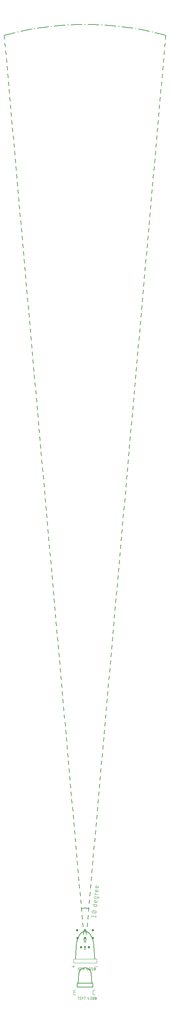
<source format=gbr>
G04 EAGLE Gerber X2 export*
G04 #@! %TF.Part,Single*
G04 #@! %TF.FileFunction,Legend,Top,1*
G04 #@! %TF.FilePolarity,Positive*
G04 #@! %TF.GenerationSoftware,Autodesk,EAGLE,8.6.0*
G04 #@! %TF.CreationDate,2018-03-03T07:21:58Z*
G75*
%MOMM*%
%FSLAX34Y34*%
%LPD*%
%AMOC8*
5,1,8,0,0,1.08239X$1,22.5*%
G01*
%ADD10C,0.100000*%
%ADD11C,0.127000*%
%ADD12C,0.101600*%
%ADD13C,0.050800*%
%ADD14R,0.508000X0.508000*%


D10*
X101700Y142900D02*
X161700Y142900D01*
X101700Y142900D02*
X101700Y132900D01*
X161700Y132900D02*
X161700Y142900D01*
X161700Y132900D02*
X101700Y132900D01*
D11*
X106300Y143300D02*
X108261Y174676D01*
X108403Y176584D01*
X108592Y178488D01*
X108825Y180388D01*
X109104Y182281D01*
X109429Y184166D01*
X109799Y186044D01*
X110213Y187912D01*
X110672Y189770D01*
X111176Y191616D01*
X111537Y192822D01*
X111927Y194020D01*
X112346Y195207D01*
X112793Y196384D01*
X113270Y197550D01*
X113774Y198704D01*
X114307Y199845D01*
X114867Y200972D01*
X115454Y202086D01*
X116068Y203186D01*
X116709Y204269D01*
X117376Y205338D01*
X118069Y206389D01*
X118787Y207423D01*
X119530Y208440D01*
X119716Y208682D01*
X119907Y208919D01*
X120105Y209151D01*
X120308Y209379D01*
X120517Y209601D01*
X120731Y209818D01*
X120950Y210030D01*
X121174Y210237D01*
X121403Y210438D01*
X121638Y210633D01*
X121876Y210823D01*
X122120Y211006D01*
X122368Y211184D01*
X122620Y211356D01*
X122876Y211521D01*
X123136Y211680D01*
X123400Y211833D01*
X123668Y211979D01*
X123939Y212119D01*
X124184Y212238D01*
X124432Y212351D01*
X124683Y212458D01*
X124937Y212559D01*
X125193Y212653D01*
X125451Y212742D01*
X125711Y212824D01*
X125973Y212899D01*
X126237Y212968D01*
X126503Y213031D01*
X126770Y213087D01*
X127038Y213137D01*
X127307Y213180D01*
X127578Y213217D01*
X127849Y213247D01*
X128121Y213270D01*
X128393Y213287D01*
X128666Y213297D01*
X128939Y213300D01*
X154339Y174676D02*
X156300Y143300D01*
X154339Y174676D02*
X154197Y176584D01*
X154008Y178488D01*
X153775Y180388D01*
X153496Y182281D01*
X153171Y184166D01*
X152801Y186044D01*
X152387Y187912D01*
X151928Y189770D01*
X151424Y191616D01*
X151063Y192822D01*
X150673Y194020D01*
X150254Y195207D01*
X149807Y196384D01*
X149330Y197550D01*
X148826Y198704D01*
X148293Y199845D01*
X147733Y200972D01*
X147146Y202086D01*
X146532Y203186D01*
X145891Y204269D01*
X145224Y205338D01*
X144531Y206389D01*
X143813Y207423D01*
X143070Y208440D01*
X142884Y208682D01*
X142693Y208919D01*
X142495Y209151D01*
X142292Y209379D01*
X142083Y209601D01*
X141869Y209818D01*
X141650Y210030D01*
X141426Y210237D01*
X141197Y210438D01*
X140962Y210633D01*
X140724Y210823D01*
X140480Y211006D01*
X140232Y211184D01*
X139980Y211356D01*
X139724Y211521D01*
X139464Y211680D01*
X139200Y211833D01*
X138932Y211979D01*
X138661Y212119D01*
X138416Y212238D01*
X138168Y212351D01*
X137917Y212458D01*
X137663Y212559D01*
X137407Y212653D01*
X137149Y212742D01*
X136889Y212824D01*
X136627Y212899D01*
X136363Y212968D01*
X136097Y213031D01*
X135830Y213087D01*
X135562Y213137D01*
X135293Y213180D01*
X135022Y213217D01*
X134751Y213247D01*
X134479Y213270D01*
X134207Y213287D01*
X133934Y213297D01*
X133661Y213300D01*
X128939Y213300D01*
X131300Y173300D02*
X131300Y166300D01*
X130411Y176339D01*
X129529Y186300D02*
X128640Y196338D01*
X127757Y206299D02*
X126868Y216338D01*
X125986Y226299D02*
X125097Y236338D01*
X124215Y246299D02*
X123326Y256337D01*
X122444Y266298D02*
X121555Y276337D01*
X120672Y286298D02*
X119783Y296337D01*
X118901Y306298D02*
X118012Y316336D01*
X117130Y326297D02*
X116241Y336336D01*
X115359Y346297D02*
X114469Y356336D01*
X113587Y366297D02*
X112698Y376335D01*
X111816Y386296D02*
X110927Y396335D01*
X110045Y406296D02*
X109156Y416335D01*
X108273Y426296D02*
X107384Y436334D01*
X106502Y446295D02*
X105613Y456334D01*
X104731Y466295D02*
X103842Y476334D01*
X102960Y486295D02*
X102070Y496333D01*
X101188Y506294D02*
X100299Y516333D01*
X99417Y526294D02*
X98528Y536333D01*
X97646Y546294D02*
X96757Y556332D01*
X95874Y566293D02*
X94985Y576332D01*
X94103Y586293D02*
X93214Y596332D01*
X92332Y606293D02*
X91443Y616331D01*
X90561Y626292D02*
X89672Y636331D01*
X88789Y646292D02*
X87900Y656331D01*
X87018Y666292D02*
X86129Y676330D01*
X85247Y686291D02*
X84358Y696330D01*
X83475Y706291D02*
X82586Y716330D01*
X81704Y726291D02*
X80815Y736330D01*
X79933Y746291D02*
X79044Y756329D01*
X78162Y766290D02*
X77273Y776329D01*
X76390Y786290D02*
X75501Y796329D01*
X74619Y806290D02*
X73730Y816328D01*
X72848Y826289D02*
X71959Y836328D01*
X71077Y846289D02*
X70187Y856328D01*
X69305Y866289D02*
X68416Y876327D01*
X67534Y886288D02*
X66645Y896327D01*
X65763Y906288D02*
X64874Y916327D01*
X63991Y926288D02*
X63102Y936326D01*
X62220Y946287D02*
X61331Y956326D01*
X60449Y966287D02*
X59560Y976326D01*
X58678Y986287D02*
X57788Y996325D01*
X56906Y1006286D02*
X56017Y1016325D01*
X55135Y1026286D02*
X54246Y1036325D01*
X53364Y1046286D02*
X52475Y1056324D01*
X51592Y1066285D02*
X50703Y1076324D01*
X49821Y1086285D02*
X48932Y1096324D01*
X48050Y1106285D02*
X47161Y1116323D01*
X46279Y1126284D02*
X45390Y1136323D01*
X44507Y1146284D02*
X43618Y1156323D01*
X42736Y1166284D02*
X41847Y1176322D01*
X40965Y1186283D02*
X40076Y1196322D01*
X39194Y1206283D02*
X38304Y1216322D01*
X37422Y1226283D02*
X36533Y1236321D01*
X35651Y1246282D02*
X34762Y1256321D01*
X33880Y1266282D02*
X32991Y1276321D01*
X32108Y1286282D02*
X31219Y1296320D01*
X30337Y1306281D02*
X29448Y1316320D01*
X28566Y1326281D02*
X27677Y1336320D01*
X26795Y1346281D02*
X25905Y1356319D01*
X25023Y1366280D02*
X24134Y1376319D01*
X23252Y1386280D02*
X22363Y1396319D01*
X21481Y1406280D02*
X20592Y1416318D01*
X19709Y1426279D02*
X18820Y1436318D01*
X17938Y1446279D02*
X17049Y1456318D01*
X16167Y1466279D02*
X15278Y1476317D01*
X14396Y1486278D02*
X13507Y1496317D01*
X12624Y1506278D02*
X11735Y1516317D01*
X10853Y1526278D02*
X9964Y1536316D01*
X9082Y1546277D02*
X8193Y1556316D01*
X7310Y1566277D02*
X6421Y1576316D01*
X5539Y1586277D02*
X4650Y1596315D01*
X3768Y1606276D02*
X2879Y1616315D01*
X1997Y1626276D02*
X1108Y1636315D01*
X225Y1646276D02*
X-664Y1656314D01*
X-1546Y1666275D02*
X-2435Y1676314D01*
X-3317Y1686275D02*
X-4206Y1696314D01*
X-5088Y1706275D02*
X-5978Y1716313D01*
X-6860Y1726274D02*
X-7749Y1736313D01*
X-8631Y1746274D02*
X-9520Y1756313D01*
X-10402Y1766274D02*
X-11291Y1776312D01*
X-12174Y1786273D02*
X-13063Y1796312D01*
X-13945Y1806273D02*
X-14834Y1816312D01*
X-15716Y1826273D02*
X-16605Y1836311D01*
X-17487Y1846272D02*
X-18377Y1856311D01*
X-19259Y1866272D02*
X-20148Y1876311D01*
X-21030Y1886272D02*
X-21919Y1896311D01*
X-22801Y1906272D02*
X-23690Y1916310D01*
X-24573Y1926271D02*
X-25462Y1936310D01*
X-26344Y1946271D02*
X-27233Y1956310D01*
X-28115Y1966271D02*
X-29004Y1976309D01*
X-29886Y1986270D02*
X-30775Y1996309D01*
X-31658Y2006270D02*
X-32547Y2016309D01*
X-33429Y2026270D02*
X-34318Y2036308D01*
X-35200Y2046269D02*
X-36089Y2056308D01*
X-36972Y2066269D02*
X-37861Y2076308D01*
X-38743Y2086269D02*
X-39632Y2096307D01*
X-40514Y2106268D02*
X-41403Y2116307D01*
X-42285Y2126268D02*
X-43174Y2136307D01*
X-44057Y2146268D02*
X-44946Y2156306D01*
X-45828Y2166267D02*
X-46717Y2176306D01*
X-47599Y2186267D02*
X-48488Y2196306D01*
X-49370Y2206267D02*
X-50260Y2216305D01*
X-51142Y2226266D02*
X-52031Y2236305D01*
X-52913Y2246266D02*
X-53802Y2256305D01*
X-54684Y2266266D02*
X-55573Y2276304D01*
X-56456Y2286265D02*
X-57345Y2296304D01*
X-58227Y2306265D02*
X-59116Y2316304D01*
X-59998Y2326265D02*
X-60887Y2336303D01*
X-61769Y2346264D02*
X-62659Y2356303D01*
X-63541Y2366264D02*
X-64430Y2376303D01*
X-65312Y2386264D02*
X-66201Y2396302D01*
X-67083Y2406263D02*
X-67972Y2416302D01*
X-68855Y2426263D02*
X-69744Y2436302D01*
X-70626Y2446263D02*
X-71515Y2456301D01*
X-72397Y2466262D02*
X-73286Y2476301D01*
X-74168Y2486262D02*
X-75057Y2496301D01*
X-75940Y2506262D02*
X-76829Y2516300D01*
X-77711Y2526261D02*
X-78600Y2536300D01*
X132189Y176339D02*
X131300Y166300D01*
X133071Y186300D02*
X133960Y196338D01*
X134843Y206299D02*
X135732Y216338D01*
X136614Y226299D02*
X137503Y236338D01*
X138385Y246299D02*
X139274Y256337D01*
X140156Y266298D02*
X141045Y276337D01*
X141928Y286298D02*
X142817Y296337D01*
X143699Y306298D02*
X144588Y316336D01*
X145470Y326297D02*
X146359Y336336D01*
X147242Y346297D02*
X148131Y356336D01*
X149013Y366297D02*
X149902Y376335D01*
X150784Y386296D02*
X151673Y396335D01*
X152555Y406296D02*
X153444Y416335D01*
X154327Y426296D02*
X155216Y436334D01*
X156098Y446295D02*
X156987Y456334D01*
X157869Y466295D02*
X158758Y476334D01*
X159640Y486295D02*
X160530Y496333D01*
X161412Y506294D02*
X162301Y516333D01*
X163183Y526294D02*
X164072Y536333D01*
X164954Y546294D02*
X165843Y556332D01*
X166726Y566293D02*
X167615Y576332D01*
X168497Y586293D02*
X169386Y596332D01*
X170268Y606293D02*
X171157Y616331D01*
X172039Y626292D02*
X172929Y636331D01*
X173811Y646292D02*
X174700Y656331D01*
X175582Y666292D02*
X176471Y676330D01*
X177353Y686291D02*
X178242Y696330D01*
X179125Y706291D02*
X180014Y716330D01*
X180896Y726291D02*
X181785Y736330D01*
X182667Y746291D02*
X183556Y756329D01*
X184438Y766290D02*
X185327Y776329D01*
X186210Y786290D02*
X187099Y796329D01*
X187981Y806290D02*
X188870Y816328D01*
X189752Y826289D02*
X190641Y836328D01*
X191524Y846289D02*
X192413Y856328D01*
X193295Y866289D02*
X194184Y876327D01*
X195066Y886288D02*
X195955Y896327D01*
X196837Y906288D02*
X197726Y916327D01*
X198609Y926288D02*
X199498Y936326D01*
X200380Y946287D02*
X201269Y956326D01*
X202151Y966287D02*
X203040Y976326D01*
X203922Y986287D02*
X204812Y996325D01*
X205694Y1006286D02*
X206583Y1016325D01*
X207465Y1026286D02*
X208354Y1036325D01*
X209236Y1046286D02*
X210125Y1056324D01*
X211008Y1066285D02*
X211897Y1076324D01*
X212779Y1086285D02*
X213668Y1096324D01*
X214550Y1106285D02*
X215439Y1116323D01*
X216321Y1126284D02*
X217210Y1136323D01*
X218093Y1146284D02*
X218982Y1156323D01*
X219864Y1166284D02*
X220753Y1176322D01*
X221635Y1186283D02*
X222524Y1196322D01*
X223407Y1206283D02*
X224296Y1216322D01*
X225178Y1226283D02*
X226067Y1236321D01*
X226949Y1246282D02*
X227838Y1256321D01*
X228720Y1266282D02*
X229609Y1276321D01*
X230492Y1286282D02*
X231381Y1296320D01*
X232263Y1306281D02*
X233152Y1316320D01*
X234034Y1326281D02*
X234923Y1336320D01*
X235805Y1346281D02*
X236695Y1356319D01*
X237577Y1366280D02*
X238466Y1376319D01*
X239348Y1386280D02*
X240237Y1396319D01*
X241119Y1406280D02*
X242008Y1416318D01*
X242891Y1426279D02*
X243780Y1436318D01*
X244662Y1446279D02*
X245551Y1456318D01*
X246433Y1466279D02*
X247322Y1476317D01*
X248204Y1486278D02*
X249094Y1496317D01*
X249976Y1506278D02*
X250865Y1516317D01*
X251747Y1526278D02*
X252636Y1536316D01*
X253518Y1546277D02*
X254407Y1556316D01*
X255290Y1566277D02*
X256179Y1576316D01*
X257061Y1586277D02*
X257950Y1596315D01*
X258832Y1606276D02*
X259721Y1616315D01*
X260603Y1626276D02*
X261492Y1636315D01*
X262375Y1646276D02*
X263264Y1656314D01*
X264146Y1666275D02*
X265035Y1676314D01*
X265917Y1686275D02*
X266806Y1696314D01*
X267688Y1706275D02*
X268578Y1716313D01*
X269460Y1726274D02*
X270349Y1736313D01*
X271231Y1746274D02*
X272120Y1756313D01*
X273002Y1766274D02*
X273891Y1776312D01*
X274774Y1786273D02*
X275663Y1796312D01*
X276545Y1806273D02*
X277434Y1816312D01*
X278316Y1826273D02*
X279205Y1836311D01*
X280087Y1846272D02*
X280977Y1856311D01*
X281859Y1866272D02*
X282748Y1876311D01*
X283630Y1886272D02*
X284519Y1896311D01*
X285401Y1906272D02*
X286290Y1916310D01*
X287173Y1926271D02*
X288062Y1936310D01*
X288944Y1946271D02*
X289833Y1956310D01*
X290715Y1966271D02*
X291604Y1976309D01*
X292486Y1986270D02*
X293375Y1996309D01*
X294258Y2006270D02*
X295147Y2016309D01*
X296029Y2026270D02*
X296918Y2036308D01*
X297800Y2046269D02*
X298689Y2056308D01*
X299572Y2066269D02*
X300461Y2076308D01*
X301343Y2086269D02*
X302232Y2096307D01*
X303114Y2106268D02*
X304003Y2116307D01*
X304885Y2126268D02*
X305774Y2136307D01*
X306657Y2146268D02*
X307546Y2156306D01*
X308428Y2166267D02*
X309317Y2176306D01*
X310199Y2186267D02*
X311088Y2196306D01*
X311970Y2206267D02*
X312860Y2216305D01*
X313742Y2226266D02*
X314631Y2236305D01*
X315513Y2246266D02*
X316402Y2256305D01*
X317284Y2266266D02*
X318173Y2276304D01*
X319056Y2286265D02*
X319945Y2296304D01*
X320827Y2306265D02*
X321716Y2316304D01*
X322598Y2326265D02*
X323487Y2336303D01*
X324369Y2346264D02*
X325259Y2356303D01*
X326141Y2366264D02*
X327030Y2376303D01*
X327912Y2386264D02*
X328801Y2396302D01*
X329683Y2406263D02*
X330572Y2416302D01*
X331455Y2426263D02*
X332344Y2436302D01*
X333226Y2446263D02*
X334115Y2456301D01*
X334997Y2466262D02*
X335886Y2476301D01*
X336768Y2486262D02*
X337657Y2496301D01*
X338540Y2506262D02*
X339429Y2516300D01*
X340311Y2526261D02*
X341200Y2536300D01*
X124358Y273757D02*
X122300Y273300D01*
X124358Y273757D02*
X125119Y273916D01*
X125884Y274057D01*
X126651Y274180D01*
X127422Y274283D01*
X128195Y274368D01*
X128970Y274434D01*
X129746Y274481D01*
X130523Y274510D01*
X131300Y274519D01*
X132077Y274510D01*
X132854Y274481D01*
X133630Y274434D01*
X134405Y274368D01*
X135178Y274283D01*
X135949Y274180D01*
X136716Y274057D01*
X137481Y273916D01*
X138242Y273757D01*
X140300Y273300D01*
X-78700Y2536299D02*
X-64675Y2539970D01*
X-50586Y2543387D01*
X-43944Y2544905D02*
X-42603Y2545204D01*
X-35946Y2546655D02*
X-21740Y2549551D01*
X-7485Y2552190D01*
X-769Y2553340D02*
X585Y2553565D01*
X7313Y2554648D02*
X21656Y2556761D01*
X36034Y2558614D01*
X42802Y2559394D02*
X44167Y2559544D01*
X50944Y2560257D02*
X65381Y2561579D01*
X79840Y2562641D01*
X86640Y2563048D02*
X88011Y2563123D01*
X94817Y2563463D02*
X109305Y2563992D01*
X123800Y2564259D01*
X130613Y2564294D02*
X131987Y2564294D01*
X138800Y2564259D02*
X153295Y2563992D01*
X167783Y2563463D01*
X174589Y2563123D02*
X175960Y2563048D01*
X182760Y2562641D02*
X197219Y2561579D01*
X211656Y2560257D01*
X218433Y2559544D02*
X219798Y2559394D01*
X226566Y2558614D02*
X240944Y2556761D01*
X255287Y2554648D01*
X262015Y2553565D02*
X263369Y2553340D01*
X270085Y2552190D02*
X284340Y2549551D01*
X298546Y2546655D01*
X305203Y2545204D02*
X306544Y2544905D01*
X313186Y2543387D02*
X327275Y2539970D01*
X341300Y2536299D01*
D12*
X104597Y123352D02*
X96808Y123352D01*
X100703Y127246D02*
X100703Y119457D01*
X156808Y123352D02*
X164597Y123352D01*
D13*
X116794Y115132D02*
X116792Y115058D01*
X116786Y114983D01*
X116777Y114910D01*
X116764Y114836D01*
X116747Y114764D01*
X116727Y114693D01*
X116703Y114622D01*
X116675Y114553D01*
X116644Y114485D01*
X116610Y114420D01*
X116572Y114355D01*
X116531Y114293D01*
X116487Y114233D01*
X116440Y114176D01*
X116390Y114121D01*
X116337Y114068D01*
X116282Y114018D01*
X116225Y113971D01*
X116165Y113927D01*
X116103Y113886D01*
X116038Y113848D01*
X115972Y113814D01*
X115905Y113783D01*
X115836Y113755D01*
X115765Y113731D01*
X115694Y113711D01*
X115621Y113694D01*
X115548Y113681D01*
X115474Y113672D01*
X115400Y113666D01*
X115326Y113664D01*
X115215Y113666D01*
X115104Y113672D01*
X114993Y113682D01*
X114882Y113696D01*
X114773Y113714D01*
X114664Y113736D01*
X114555Y113761D01*
X114448Y113791D01*
X114342Y113824D01*
X114237Y113862D01*
X114134Y113902D01*
X114032Y113947D01*
X113932Y113995D01*
X113833Y114047D01*
X113737Y114102D01*
X113642Y114161D01*
X113550Y114223D01*
X113460Y114289D01*
X113372Y114357D01*
X113287Y114429D01*
X113205Y114504D01*
X113125Y114581D01*
X113308Y118800D02*
X113310Y118874D01*
X113316Y118949D01*
X113325Y119022D01*
X113338Y119096D01*
X113355Y119168D01*
X113375Y119239D01*
X113399Y119310D01*
X113427Y119379D01*
X113458Y119446D01*
X113492Y119512D01*
X113530Y119577D01*
X113571Y119639D01*
X113615Y119699D01*
X113662Y119756D01*
X113712Y119811D01*
X113765Y119864D01*
X113820Y119914D01*
X113877Y119961D01*
X113937Y120005D01*
X113999Y120046D01*
X114064Y120084D01*
X114130Y120118D01*
X114197Y120149D01*
X114266Y120177D01*
X114337Y120201D01*
X114408Y120221D01*
X114480Y120238D01*
X114554Y120251D01*
X114627Y120260D01*
X114702Y120266D01*
X114776Y120268D01*
X114880Y120266D01*
X114984Y120260D01*
X115088Y120250D01*
X115191Y120237D01*
X115294Y120219D01*
X115396Y120197D01*
X115497Y120172D01*
X115597Y120143D01*
X115696Y120110D01*
X115793Y120073D01*
X115889Y120033D01*
X115984Y119989D01*
X116076Y119941D01*
X116167Y119891D01*
X116256Y119836D01*
X116343Y119779D01*
X116427Y119718D01*
X114042Y117515D02*
X113979Y117554D01*
X113919Y117596D01*
X113861Y117641D01*
X113804Y117689D01*
X113751Y117740D01*
X113700Y117793D01*
X113651Y117848D01*
X113606Y117906D01*
X113563Y117966D01*
X113523Y118028D01*
X113487Y118092D01*
X113453Y118158D01*
X113423Y118226D01*
X113396Y118294D01*
X113373Y118364D01*
X113353Y118435D01*
X113337Y118507D01*
X113324Y118580D01*
X113315Y118653D01*
X113310Y118726D01*
X113308Y118800D01*
X116060Y116417D02*
X116123Y116378D01*
X116183Y116336D01*
X116242Y116291D01*
X116298Y116243D01*
X116351Y116192D01*
X116402Y116139D01*
X116451Y116084D01*
X116496Y116026D01*
X116539Y115966D01*
X116579Y115904D01*
X116615Y115840D01*
X116649Y115774D01*
X116679Y115706D01*
X116706Y115638D01*
X116729Y115568D01*
X116749Y115497D01*
X116765Y115425D01*
X116778Y115352D01*
X116787Y115279D01*
X116792Y115206D01*
X116794Y115132D01*
X116060Y116416D02*
X114042Y117516D01*
X119538Y120268D02*
X119538Y113664D01*
X119538Y120268D02*
X122473Y120268D01*
X122473Y117333D02*
X119538Y117333D01*
X125073Y120268D02*
X125073Y113664D01*
X125073Y117333D02*
X128742Y117333D01*
X128742Y120268D02*
X128742Y113664D01*
X135101Y115132D02*
X136568Y120268D01*
X135101Y115132D02*
X138770Y115132D01*
X137669Y116599D02*
X137669Y113664D01*
X141502Y113664D02*
X143703Y113664D01*
X143777Y113666D01*
X143852Y113672D01*
X143925Y113681D01*
X143999Y113694D01*
X144071Y113711D01*
X144142Y113731D01*
X144213Y113755D01*
X144282Y113783D01*
X144349Y113814D01*
X144415Y113848D01*
X144480Y113886D01*
X144542Y113927D01*
X144602Y113971D01*
X144659Y114018D01*
X144714Y114068D01*
X144767Y114121D01*
X144817Y114176D01*
X144864Y114233D01*
X144908Y114293D01*
X144949Y114355D01*
X144987Y114420D01*
X145021Y114485D01*
X145052Y114553D01*
X145080Y114622D01*
X145104Y114693D01*
X145124Y114764D01*
X145141Y114836D01*
X145154Y114910D01*
X145163Y114983D01*
X145169Y115058D01*
X145171Y115132D01*
X145171Y115865D01*
X145169Y115939D01*
X145163Y116014D01*
X145154Y116087D01*
X145141Y116161D01*
X145124Y116233D01*
X145104Y116304D01*
X145080Y116375D01*
X145052Y116444D01*
X145021Y116511D01*
X144987Y116577D01*
X144949Y116642D01*
X144908Y116704D01*
X144864Y116764D01*
X144817Y116821D01*
X144767Y116876D01*
X144714Y116929D01*
X144659Y116979D01*
X144602Y117026D01*
X144542Y117070D01*
X144480Y117111D01*
X144415Y117149D01*
X144349Y117183D01*
X144282Y117214D01*
X144213Y117242D01*
X144142Y117266D01*
X144071Y117286D01*
X143999Y117303D01*
X143925Y117316D01*
X143852Y117325D01*
X143777Y117331D01*
X143703Y117333D01*
X141502Y117333D01*
X141502Y120268D01*
X145171Y120268D01*
X147902Y113664D02*
X150104Y113664D01*
X150178Y113666D01*
X150253Y113672D01*
X150326Y113681D01*
X150400Y113694D01*
X150472Y113711D01*
X150543Y113731D01*
X150614Y113755D01*
X150683Y113783D01*
X150750Y113814D01*
X150816Y113848D01*
X150881Y113886D01*
X150943Y113927D01*
X151003Y113971D01*
X151060Y114018D01*
X151115Y114068D01*
X151168Y114121D01*
X151218Y114176D01*
X151265Y114233D01*
X151309Y114293D01*
X151350Y114355D01*
X151388Y114420D01*
X151422Y114485D01*
X151453Y114553D01*
X151481Y114622D01*
X151505Y114693D01*
X151525Y114764D01*
X151542Y114836D01*
X151555Y114910D01*
X151564Y114983D01*
X151570Y115058D01*
X151572Y115132D01*
X151571Y115132D02*
X151571Y115865D01*
X151572Y115865D02*
X151570Y115939D01*
X151564Y116014D01*
X151555Y116087D01*
X151542Y116161D01*
X151525Y116233D01*
X151505Y116304D01*
X151481Y116375D01*
X151453Y116444D01*
X151422Y116511D01*
X151388Y116577D01*
X151350Y116642D01*
X151309Y116704D01*
X151265Y116764D01*
X151218Y116821D01*
X151168Y116876D01*
X151115Y116929D01*
X151060Y116979D01*
X151003Y117026D01*
X150943Y117070D01*
X150881Y117111D01*
X150816Y117149D01*
X150750Y117183D01*
X150683Y117214D01*
X150614Y117242D01*
X150543Y117266D01*
X150472Y117286D01*
X150400Y117303D01*
X150326Y117316D01*
X150253Y117325D01*
X150178Y117331D01*
X150104Y117333D01*
X147902Y117333D01*
X147902Y120268D01*
X151571Y120268D01*
X154853Y119351D02*
X154791Y119219D01*
X154733Y119086D01*
X154678Y118952D01*
X154627Y118816D01*
X154580Y118679D01*
X154536Y118540D01*
X154496Y118401D01*
X154459Y118260D01*
X154427Y118119D01*
X154398Y117977D01*
X154373Y117833D01*
X154351Y117690D01*
X154334Y117546D01*
X154320Y117401D01*
X154311Y117256D01*
X154305Y117111D01*
X154303Y116966D01*
X154853Y119351D02*
X154879Y119420D01*
X154908Y119487D01*
X154941Y119553D01*
X154977Y119616D01*
X155017Y119678D01*
X155060Y119737D01*
X155106Y119794D01*
X155155Y119848D01*
X155207Y119900D01*
X155262Y119949D01*
X155319Y119994D01*
X155379Y120037D01*
X155441Y120076D01*
X155504Y120112D01*
X155570Y120145D01*
X155637Y120173D01*
X155706Y120199D01*
X155776Y120220D01*
X155847Y120238D01*
X155919Y120251D01*
X155992Y120261D01*
X156065Y120267D01*
X156138Y120269D01*
X156138Y120268D02*
X156211Y120266D01*
X156284Y120260D01*
X156357Y120250D01*
X156429Y120237D01*
X156500Y120219D01*
X156570Y120198D01*
X156638Y120172D01*
X156706Y120144D01*
X156771Y120111D01*
X156835Y120075D01*
X156897Y120036D01*
X156956Y119994D01*
X157013Y119948D01*
X157068Y119899D01*
X157120Y119848D01*
X157169Y119793D01*
X157215Y119736D01*
X157258Y119677D01*
X157298Y119616D01*
X157334Y119552D01*
X157367Y119487D01*
X157396Y119420D01*
X157422Y119351D01*
X157484Y119219D01*
X157542Y119086D01*
X157597Y118952D01*
X157648Y118816D01*
X157695Y118679D01*
X157739Y118540D01*
X157779Y118401D01*
X157816Y118260D01*
X157848Y118119D01*
X157877Y117977D01*
X157902Y117834D01*
X157924Y117690D01*
X157941Y117546D01*
X157955Y117401D01*
X157964Y117256D01*
X157970Y117111D01*
X157972Y116966D01*
X154304Y116966D02*
X154306Y116821D01*
X154312Y116676D01*
X154321Y116531D01*
X154335Y116386D01*
X154352Y116242D01*
X154374Y116099D01*
X154399Y115956D01*
X154427Y115813D01*
X154460Y115672D01*
X154497Y115531D01*
X154537Y115392D01*
X154581Y115253D01*
X154628Y115116D01*
X154679Y114980D01*
X154734Y114846D01*
X154792Y114713D01*
X154854Y114581D01*
X154853Y114582D02*
X154879Y114513D01*
X154908Y114446D01*
X154941Y114380D01*
X154977Y114317D01*
X155017Y114255D01*
X155060Y114196D01*
X155106Y114139D01*
X155155Y114085D01*
X155207Y114033D01*
X155262Y113984D01*
X155319Y113939D01*
X155379Y113896D01*
X155441Y113857D01*
X155504Y113821D01*
X155570Y113788D01*
X155637Y113760D01*
X155706Y113734D01*
X155776Y113713D01*
X155847Y113695D01*
X155919Y113682D01*
X155992Y113672D01*
X156065Y113666D01*
X156138Y113664D01*
X157422Y114581D02*
X157484Y114713D01*
X157542Y114846D01*
X157597Y114980D01*
X157648Y115116D01*
X157695Y115253D01*
X157739Y115392D01*
X157779Y115531D01*
X157816Y115672D01*
X157848Y115813D01*
X157877Y115955D01*
X157902Y116098D01*
X157924Y116242D01*
X157941Y116386D01*
X157955Y116531D01*
X157964Y116676D01*
X157970Y116821D01*
X157972Y116966D01*
X157422Y114581D02*
X157396Y114512D01*
X157367Y114445D01*
X157334Y114380D01*
X157298Y114316D01*
X157258Y114255D01*
X157215Y114196D01*
X157169Y114139D01*
X157120Y114084D01*
X157068Y114033D01*
X157013Y113984D01*
X156956Y113938D01*
X156897Y113896D01*
X156835Y113857D01*
X156771Y113821D01*
X156706Y113788D01*
X156638Y113760D01*
X156570Y113734D01*
X156500Y113713D01*
X156428Y113695D01*
X156357Y113682D01*
X156284Y113672D01*
X156211Y113666D01*
X156138Y113664D01*
X154670Y115132D02*
X157605Y118800D01*
D12*
X149785Y250642D02*
X147481Y254102D01*
X159121Y253083D01*
X158838Y249850D02*
X159404Y256317D01*
X154014Y261746D02*
X153786Y261768D01*
X153558Y261797D01*
X153330Y261830D01*
X153104Y261869D01*
X152878Y261914D01*
X152654Y261964D01*
X152431Y262019D01*
X152209Y262079D01*
X151989Y262145D01*
X151770Y262216D01*
X151553Y262292D01*
X151338Y262374D01*
X151125Y262460D01*
X150914Y262552D01*
X150706Y262648D01*
X150499Y262750D01*
X150296Y262856D01*
X150094Y262967D01*
X149896Y263083D01*
X149809Y263124D01*
X149723Y263168D01*
X149640Y263216D01*
X149558Y263267D01*
X149479Y263321D01*
X149402Y263378D01*
X149327Y263438D01*
X149254Y263501D01*
X149185Y263568D01*
X149118Y263636D01*
X149053Y263708D01*
X148992Y263782D01*
X148933Y263858D01*
X148878Y263937D01*
X148826Y264017D01*
X148777Y264100D01*
X148732Y264185D01*
X148690Y264271D01*
X148651Y264359D01*
X148616Y264449D01*
X148585Y264540D01*
X148557Y264632D01*
X148533Y264725D01*
X148513Y264819D01*
X148496Y264913D01*
X148483Y265009D01*
X148474Y265104D01*
X148469Y265200D01*
X148468Y265296D01*
X148471Y265392D01*
X148477Y265488D01*
X148487Y265584D01*
X148502Y265679D01*
X148519Y265773D01*
X148541Y265867D01*
X148566Y265960D01*
X148596Y266051D01*
X148628Y266142D01*
X148665Y266231D01*
X148704Y266318D01*
X148748Y266404D01*
X148794Y266488D01*
X148844Y266570D01*
X148898Y266650D01*
X148954Y266728D01*
X149014Y266803D01*
X149076Y266876D01*
X149141Y266947D01*
X149210Y267015D01*
X149280Y267080D01*
X149354Y267142D01*
X149429Y267201D01*
X149507Y267257D01*
X149588Y267310D01*
X149670Y267360D01*
X149754Y267406D01*
X149840Y267449D01*
X149928Y267488D01*
X150017Y267524D01*
X150107Y267557D01*
X150199Y267585D01*
X150292Y267610D01*
X150508Y267690D01*
X150725Y267765D01*
X150944Y267834D01*
X151165Y267898D01*
X151387Y267957D01*
X151611Y268010D01*
X151835Y268059D01*
X152061Y268101D01*
X152288Y268139D01*
X152516Y268171D01*
X152744Y268197D01*
X152973Y268218D01*
X153202Y268234D01*
X153432Y268244D01*
X153662Y268249D01*
X153892Y268248D01*
X154121Y268241D01*
X154351Y268230D01*
X154580Y268212D01*
X154015Y261747D02*
X154244Y261729D01*
X154474Y261718D01*
X154703Y261711D01*
X154933Y261710D01*
X155163Y261715D01*
X155393Y261725D01*
X155622Y261741D01*
X155851Y261762D01*
X156079Y261788D01*
X156307Y261820D01*
X156534Y261858D01*
X156760Y261900D01*
X156984Y261949D01*
X157208Y262002D01*
X157430Y262061D01*
X157651Y262125D01*
X157870Y262194D01*
X158087Y262269D01*
X158303Y262349D01*
X158303Y262348D02*
X158396Y262373D01*
X158488Y262401D01*
X158578Y262434D01*
X158667Y262470D01*
X158755Y262509D01*
X158841Y262552D01*
X158925Y262598D01*
X159007Y262648D01*
X159088Y262701D01*
X159166Y262757D01*
X159241Y262816D01*
X159315Y262878D01*
X159385Y262943D01*
X159454Y263011D01*
X159519Y263082D01*
X159581Y263155D01*
X159641Y263230D01*
X159697Y263308D01*
X159751Y263388D01*
X159801Y263470D01*
X159847Y263554D01*
X159891Y263640D01*
X159930Y263727D01*
X159967Y263816D01*
X159999Y263907D01*
X160029Y263998D01*
X160054Y264091D01*
X160076Y264185D01*
X160093Y264279D01*
X160108Y264374D01*
X160118Y264470D01*
X158699Y266875D02*
X158501Y266991D01*
X158299Y267102D01*
X158096Y267208D01*
X157889Y267310D01*
X157681Y267406D01*
X157470Y267498D01*
X157257Y267584D01*
X157042Y267666D01*
X156825Y267742D01*
X156606Y267813D01*
X156386Y267879D01*
X156164Y267939D01*
X155941Y267994D01*
X155717Y268044D01*
X155491Y268089D01*
X155265Y268128D01*
X155037Y268161D01*
X154809Y268190D01*
X154581Y268212D01*
X158699Y266875D02*
X158786Y266834D01*
X158872Y266790D01*
X158955Y266742D01*
X159037Y266691D01*
X159116Y266637D01*
X159193Y266580D01*
X159268Y266520D01*
X159341Y266456D01*
X159410Y266390D01*
X159478Y266322D01*
X159542Y266250D01*
X159603Y266176D01*
X159662Y266100D01*
X159717Y266021D01*
X159769Y265941D01*
X159818Y265858D01*
X159863Y265773D01*
X159905Y265687D01*
X159944Y265599D01*
X159979Y265509D01*
X160010Y265418D01*
X160038Y265326D01*
X160062Y265233D01*
X160082Y265139D01*
X160099Y265045D01*
X160112Y264949D01*
X160121Y264854D01*
X160126Y264758D01*
X160127Y264662D01*
X160124Y264566D01*
X160118Y264470D01*
X157304Y262110D02*
X151291Y267849D01*
X150160Y284716D02*
X161799Y283698D01*
X161517Y280465D01*
X161517Y280464D02*
X161507Y280377D01*
X161494Y280291D01*
X161476Y280206D01*
X161455Y280121D01*
X161430Y280037D01*
X161402Y279954D01*
X161369Y279873D01*
X161333Y279794D01*
X161294Y279716D01*
X161251Y279640D01*
X161205Y279565D01*
X161155Y279494D01*
X161102Y279424D01*
X161046Y279357D01*
X160988Y279292D01*
X160926Y279230D01*
X160862Y279171D01*
X160795Y279115D01*
X160725Y279062D01*
X160654Y279012D01*
X160580Y278965D01*
X160504Y278922D01*
X160426Y278882D01*
X160347Y278846D01*
X160266Y278813D01*
X160183Y278784D01*
X160100Y278758D01*
X160015Y278737D01*
X159929Y278719D01*
X159843Y278705D01*
X159756Y278695D01*
X159669Y278689D01*
X159582Y278687D01*
X159494Y278689D01*
X159407Y278694D01*
X159407Y278695D02*
X155527Y279034D01*
X155440Y279044D01*
X155354Y279057D01*
X155268Y279075D01*
X155184Y279096D01*
X155100Y279121D01*
X155017Y279149D01*
X154936Y279182D01*
X154857Y279218D01*
X154779Y279257D01*
X154703Y279300D01*
X154628Y279346D01*
X154557Y279396D01*
X154487Y279449D01*
X154420Y279505D01*
X154355Y279563D01*
X154293Y279625D01*
X154234Y279689D01*
X154178Y279756D01*
X154125Y279826D01*
X154075Y279897D01*
X154028Y279971D01*
X153985Y280047D01*
X153945Y280125D01*
X153909Y280204D01*
X153876Y280285D01*
X153847Y280368D01*
X153821Y280451D01*
X153800Y280536D01*
X153782Y280622D01*
X153768Y280708D01*
X153758Y280795D01*
X153752Y280882D01*
X153750Y280969D01*
X153752Y281057D01*
X153757Y281144D01*
X154040Y284377D01*
X162418Y290771D02*
X162701Y294004D01*
X162418Y290771D02*
X162408Y290684D01*
X162395Y290598D01*
X162377Y290513D01*
X162356Y290428D01*
X162331Y290344D01*
X162303Y290261D01*
X162270Y290180D01*
X162234Y290101D01*
X162195Y290023D01*
X162152Y289947D01*
X162106Y289872D01*
X162056Y289801D01*
X162003Y289731D01*
X161947Y289664D01*
X161889Y289599D01*
X161827Y289537D01*
X161763Y289478D01*
X161696Y289422D01*
X161626Y289369D01*
X161555Y289319D01*
X161481Y289272D01*
X161405Y289229D01*
X161327Y289189D01*
X161248Y289153D01*
X161167Y289120D01*
X161084Y289091D01*
X161001Y289065D01*
X160916Y289044D01*
X160830Y289026D01*
X160744Y289012D01*
X160657Y289002D01*
X160570Y288996D01*
X160483Y288994D01*
X160395Y288996D01*
X160308Y289001D01*
X160309Y289001D02*
X157075Y289284D01*
X157076Y289284D02*
X156976Y289295D01*
X156876Y289309D01*
X156777Y289328D01*
X156679Y289350D01*
X156582Y289376D01*
X156485Y289406D01*
X156391Y289439D01*
X156297Y289476D01*
X156205Y289517D01*
X156114Y289562D01*
X156026Y289609D01*
X155939Y289660D01*
X155855Y289715D01*
X155772Y289773D01*
X155692Y289834D01*
X155614Y289898D01*
X155539Y289965D01*
X155466Y290034D01*
X155397Y290107D01*
X155330Y290182D01*
X155266Y290260D01*
X155205Y290340D01*
X155147Y290423D01*
X155093Y290507D01*
X155041Y290594D01*
X154994Y290682D01*
X154949Y290773D01*
X154908Y290865D01*
X154871Y290959D01*
X154838Y291053D01*
X154808Y291150D01*
X154782Y291247D01*
X154760Y291345D01*
X154741Y291444D01*
X154727Y291544D01*
X154716Y291644D01*
X154709Y291744D01*
X154706Y291845D01*
X154707Y291946D01*
X154712Y292046D01*
X154721Y292146D01*
X154733Y292246D01*
X154750Y292346D01*
X154770Y292444D01*
X154794Y292542D01*
X154822Y292639D01*
X154854Y292734D01*
X154889Y292828D01*
X154928Y292921D01*
X154971Y293013D01*
X155017Y293102D01*
X155066Y293190D01*
X155119Y293275D01*
X155175Y293359D01*
X155235Y293440D01*
X155297Y293519D01*
X155363Y293596D01*
X155431Y293670D01*
X155502Y293741D01*
X155576Y293809D01*
X155653Y293875D01*
X155732Y293937D01*
X155813Y293997D01*
X155897Y294053D01*
X155982Y294106D01*
X156070Y294155D01*
X156159Y294201D01*
X156251Y294244D01*
X156344Y294283D01*
X156438Y294318D01*
X156533Y294350D01*
X156630Y294378D01*
X156728Y294402D01*
X156826Y294422D01*
X156926Y294439D01*
X157026Y294451D01*
X157126Y294460D01*
X157227Y294465D01*
X157327Y294466D01*
X157428Y294463D01*
X157528Y294456D01*
X157528Y294457D02*
X158821Y294344D01*
X158369Y289171D01*
X163276Y300581D02*
X163559Y303814D01*
X163277Y300581D02*
X163267Y300494D01*
X163254Y300408D01*
X163236Y300323D01*
X163215Y300238D01*
X163190Y300154D01*
X163162Y300071D01*
X163129Y299990D01*
X163093Y299911D01*
X163054Y299833D01*
X163011Y299757D01*
X162965Y299682D01*
X162915Y299611D01*
X162862Y299541D01*
X162806Y299474D01*
X162748Y299409D01*
X162686Y299347D01*
X162622Y299288D01*
X162555Y299232D01*
X162485Y299179D01*
X162414Y299129D01*
X162340Y299082D01*
X162264Y299039D01*
X162186Y298999D01*
X162107Y298963D01*
X162026Y298930D01*
X161943Y298901D01*
X161860Y298875D01*
X161775Y298854D01*
X161689Y298836D01*
X161603Y298822D01*
X161516Y298812D01*
X161429Y298806D01*
X161342Y298804D01*
X161254Y298806D01*
X161167Y298811D01*
X157287Y299150D01*
X157200Y299160D01*
X157114Y299173D01*
X157028Y299191D01*
X156944Y299212D01*
X156860Y299237D01*
X156777Y299265D01*
X156696Y299298D01*
X156617Y299334D01*
X156539Y299373D01*
X156463Y299416D01*
X156388Y299462D01*
X156317Y299512D01*
X156247Y299565D01*
X156180Y299621D01*
X156115Y299679D01*
X156053Y299741D01*
X155994Y299805D01*
X155938Y299872D01*
X155885Y299942D01*
X155835Y300013D01*
X155788Y300087D01*
X155745Y300163D01*
X155705Y300241D01*
X155669Y300320D01*
X155636Y300401D01*
X155607Y300484D01*
X155581Y300567D01*
X155560Y300652D01*
X155542Y300738D01*
X155528Y300824D01*
X155518Y300911D01*
X155512Y300998D01*
X155510Y301085D01*
X155512Y301173D01*
X155517Y301260D01*
X155800Y304493D01*
X165499Y303644D01*
X165586Y303634D01*
X165672Y303621D01*
X165758Y303603D01*
X165842Y303582D01*
X165926Y303557D01*
X166009Y303529D01*
X166090Y303496D01*
X166169Y303460D01*
X166247Y303421D01*
X166323Y303378D01*
X166398Y303332D01*
X166469Y303282D01*
X166539Y303229D01*
X166606Y303173D01*
X166671Y303115D01*
X166733Y303053D01*
X166792Y302989D01*
X166848Y302922D01*
X166901Y302852D01*
X166951Y302781D01*
X166998Y302707D01*
X167041Y302631D01*
X167081Y302553D01*
X167117Y302474D01*
X167150Y302393D01*
X167179Y302310D01*
X167205Y302227D01*
X167226Y302142D01*
X167244Y302056D01*
X167258Y301970D01*
X167268Y301883D01*
X167274Y301796D01*
X167276Y301709D01*
X167274Y301622D01*
X167269Y301534D01*
X167269Y301535D02*
X167043Y298948D01*
X164047Y309393D02*
X156288Y310072D01*
X156627Y313952D01*
X157920Y313839D01*
X164875Y318858D02*
X165158Y322091D01*
X164876Y318858D02*
X164866Y318771D01*
X164853Y318685D01*
X164835Y318600D01*
X164814Y318515D01*
X164789Y318431D01*
X164761Y318348D01*
X164728Y318267D01*
X164692Y318188D01*
X164653Y318110D01*
X164610Y318034D01*
X164564Y317959D01*
X164514Y317888D01*
X164461Y317818D01*
X164405Y317751D01*
X164347Y317686D01*
X164285Y317624D01*
X164221Y317565D01*
X164154Y317509D01*
X164084Y317456D01*
X164013Y317406D01*
X163939Y317359D01*
X163863Y317316D01*
X163785Y317276D01*
X163706Y317240D01*
X163625Y317207D01*
X163542Y317178D01*
X163459Y317152D01*
X163374Y317131D01*
X163288Y317113D01*
X163202Y317099D01*
X163115Y317089D01*
X163028Y317083D01*
X162941Y317081D01*
X162853Y317083D01*
X162766Y317088D01*
X159533Y317371D01*
X159433Y317382D01*
X159333Y317396D01*
X159234Y317415D01*
X159136Y317437D01*
X159039Y317463D01*
X158942Y317493D01*
X158848Y317526D01*
X158754Y317563D01*
X158662Y317604D01*
X158571Y317649D01*
X158483Y317696D01*
X158396Y317747D01*
X158312Y317802D01*
X158229Y317860D01*
X158149Y317921D01*
X158071Y317985D01*
X157996Y318052D01*
X157923Y318121D01*
X157854Y318194D01*
X157787Y318269D01*
X157723Y318347D01*
X157662Y318427D01*
X157604Y318510D01*
X157550Y318594D01*
X157498Y318681D01*
X157451Y318769D01*
X157406Y318860D01*
X157365Y318952D01*
X157328Y319046D01*
X157295Y319140D01*
X157265Y319237D01*
X157239Y319334D01*
X157217Y319432D01*
X157198Y319531D01*
X157184Y319631D01*
X157173Y319731D01*
X157166Y319831D01*
X157163Y319932D01*
X157164Y320033D01*
X157169Y320133D01*
X157178Y320233D01*
X157190Y320333D01*
X157207Y320433D01*
X157227Y320531D01*
X157251Y320629D01*
X157279Y320726D01*
X157311Y320821D01*
X157346Y320915D01*
X157385Y321008D01*
X157428Y321100D01*
X157474Y321189D01*
X157523Y321277D01*
X157576Y321362D01*
X157632Y321446D01*
X157692Y321527D01*
X157754Y321606D01*
X157820Y321683D01*
X157888Y321757D01*
X157959Y321828D01*
X158033Y321896D01*
X158110Y321962D01*
X158189Y322024D01*
X158270Y322084D01*
X158354Y322140D01*
X158439Y322193D01*
X158527Y322242D01*
X158616Y322288D01*
X158708Y322331D01*
X158801Y322370D01*
X158895Y322405D01*
X158990Y322437D01*
X159087Y322465D01*
X159185Y322489D01*
X159283Y322509D01*
X159383Y322526D01*
X159483Y322538D01*
X159583Y322547D01*
X159684Y322552D01*
X159784Y322553D01*
X159885Y322550D01*
X159985Y322543D01*
X159985Y322544D02*
X161278Y322431D01*
X160826Y317257D01*
X165739Y328726D02*
X166022Y331959D01*
X165739Y328726D02*
X165729Y328639D01*
X165716Y328553D01*
X165698Y328468D01*
X165677Y328383D01*
X165652Y328299D01*
X165624Y328216D01*
X165591Y328135D01*
X165555Y328056D01*
X165516Y327978D01*
X165473Y327902D01*
X165427Y327827D01*
X165377Y327756D01*
X165324Y327686D01*
X165268Y327619D01*
X165210Y327554D01*
X165148Y327492D01*
X165084Y327433D01*
X165017Y327377D01*
X164947Y327324D01*
X164876Y327274D01*
X164802Y327227D01*
X164726Y327184D01*
X164648Y327144D01*
X164569Y327108D01*
X164488Y327075D01*
X164405Y327046D01*
X164322Y327020D01*
X164237Y326999D01*
X164151Y326981D01*
X164065Y326967D01*
X163978Y326957D01*
X163891Y326951D01*
X163804Y326949D01*
X163716Y326951D01*
X163629Y326956D01*
X160396Y327239D01*
X160296Y327250D01*
X160196Y327264D01*
X160097Y327283D01*
X159999Y327305D01*
X159902Y327331D01*
X159805Y327361D01*
X159711Y327394D01*
X159617Y327431D01*
X159525Y327472D01*
X159434Y327517D01*
X159346Y327564D01*
X159259Y327615D01*
X159175Y327670D01*
X159092Y327728D01*
X159012Y327789D01*
X158934Y327853D01*
X158859Y327920D01*
X158786Y327989D01*
X158717Y328062D01*
X158650Y328137D01*
X158586Y328215D01*
X158525Y328295D01*
X158467Y328378D01*
X158413Y328462D01*
X158361Y328549D01*
X158314Y328637D01*
X158269Y328728D01*
X158228Y328820D01*
X158191Y328914D01*
X158158Y329008D01*
X158128Y329105D01*
X158102Y329202D01*
X158080Y329300D01*
X158061Y329399D01*
X158047Y329499D01*
X158036Y329599D01*
X158029Y329699D01*
X158026Y329800D01*
X158027Y329901D01*
X158032Y330001D01*
X158041Y330101D01*
X158053Y330201D01*
X158070Y330301D01*
X158090Y330399D01*
X158114Y330497D01*
X158142Y330594D01*
X158174Y330689D01*
X158209Y330783D01*
X158248Y330876D01*
X158291Y330968D01*
X158337Y331057D01*
X158386Y331145D01*
X158439Y331230D01*
X158495Y331314D01*
X158555Y331395D01*
X158617Y331474D01*
X158683Y331551D01*
X158751Y331625D01*
X158822Y331696D01*
X158896Y331764D01*
X158973Y331830D01*
X159052Y331892D01*
X159133Y331952D01*
X159217Y332008D01*
X159302Y332061D01*
X159390Y332110D01*
X159479Y332156D01*
X159571Y332199D01*
X159664Y332238D01*
X159758Y332273D01*
X159853Y332305D01*
X159950Y332333D01*
X160048Y332357D01*
X160146Y332377D01*
X160246Y332394D01*
X160346Y332406D01*
X160446Y332415D01*
X160547Y332420D01*
X160647Y332421D01*
X160748Y332418D01*
X160848Y332411D01*
X160849Y332412D02*
X162142Y332299D01*
X161689Y327126D01*
D11*
X151200Y69800D02*
X111200Y69800D01*
X151200Y69800D02*
X151200Y79800D01*
X148700Y79800D01*
X113700Y79800D01*
X111200Y79800D01*
X111200Y69800D01*
X113700Y79800D02*
X115264Y104824D01*
X115293Y105211D01*
X115331Y105598D01*
X115379Y105984D01*
X115436Y106368D01*
X115503Y106751D01*
X115578Y107132D01*
X115663Y107511D01*
X115758Y107888D01*
X115861Y108262D01*
X115973Y108634D01*
X116095Y109003D01*
X116225Y109369D01*
X116364Y109732D01*
X116512Y110091D01*
X116669Y110446D01*
X116834Y110798D01*
X117008Y111146D01*
X117190Y111489D01*
X117380Y111827D01*
X117579Y112161D01*
X117786Y112490D01*
X118000Y112814D01*
X118223Y113132D01*
X118453Y113445D01*
X118691Y113753D01*
X118936Y114054D01*
X119188Y114349D01*
X119448Y114639D01*
X119714Y114921D01*
X119987Y115198D01*
X120267Y115467D01*
X120553Y115730D01*
X120846Y115985D01*
X121145Y116234D01*
X121449Y116475D01*
X121760Y116708D01*
X122076Y116934D01*
X122397Y117152D01*
X122724Y117362D01*
X123056Y117565D01*
X123392Y117759D01*
X123733Y117945D01*
X124079Y118122D01*
X124429Y118291D01*
X124783Y118452D01*
X125140Y118604D01*
X125501Y118747D01*
X125866Y118881D01*
X126234Y119007D01*
X126604Y119123D01*
X126978Y119230D01*
X127353Y119329D01*
X127732Y119418D01*
X128112Y119498D01*
X128494Y119568D01*
X128877Y119629D01*
X129262Y119681D01*
X129649Y119724D01*
X130036Y119757D01*
X130423Y119781D01*
X130812Y119795D01*
X131200Y119800D01*
X147136Y104824D02*
X148700Y79800D01*
X147136Y104824D02*
X147107Y105211D01*
X147069Y105598D01*
X147021Y105984D01*
X146964Y106368D01*
X146897Y106751D01*
X146822Y107132D01*
X146737Y107511D01*
X146642Y107888D01*
X146539Y108262D01*
X146427Y108634D01*
X146305Y109003D01*
X146175Y109369D01*
X146036Y109732D01*
X145888Y110091D01*
X145731Y110446D01*
X145566Y110798D01*
X145392Y111146D01*
X145210Y111489D01*
X145020Y111827D01*
X144821Y112161D01*
X144614Y112490D01*
X144400Y112814D01*
X144177Y113132D01*
X143947Y113445D01*
X143709Y113753D01*
X143464Y114054D01*
X143212Y114349D01*
X142952Y114639D01*
X142686Y114921D01*
X142413Y115198D01*
X142133Y115467D01*
X141847Y115730D01*
X141554Y115985D01*
X141255Y116234D01*
X140951Y116475D01*
X140640Y116708D01*
X140324Y116934D01*
X140003Y117152D01*
X139676Y117362D01*
X139344Y117565D01*
X139008Y117759D01*
X138667Y117945D01*
X138321Y118122D01*
X137971Y118291D01*
X137617Y118452D01*
X137260Y118604D01*
X136899Y118747D01*
X136534Y118881D01*
X136166Y119007D01*
X135796Y119123D01*
X135422Y119230D01*
X135047Y119329D01*
X134668Y119418D01*
X134288Y119498D01*
X133906Y119568D01*
X133523Y119629D01*
X133138Y119681D01*
X132751Y119724D01*
X132364Y119757D01*
X131977Y119781D01*
X131588Y119795D01*
X131200Y119800D01*
D12*
X106901Y50308D02*
X101708Y50308D01*
X101708Y61992D01*
X106901Y61992D01*
X105603Y56799D02*
X101708Y56799D01*
X154304Y50308D02*
X156901Y50308D01*
X154304Y50308D02*
X154205Y50310D01*
X154105Y50316D01*
X154006Y50325D01*
X153908Y50338D01*
X153810Y50355D01*
X153712Y50376D01*
X153616Y50401D01*
X153521Y50429D01*
X153427Y50461D01*
X153334Y50496D01*
X153242Y50535D01*
X153152Y50578D01*
X153064Y50623D01*
X152977Y50673D01*
X152893Y50725D01*
X152810Y50781D01*
X152730Y50839D01*
X152652Y50901D01*
X152577Y50966D01*
X152504Y51034D01*
X152434Y51104D01*
X152366Y51177D01*
X152301Y51252D01*
X152239Y51330D01*
X152181Y51410D01*
X152125Y51493D01*
X152073Y51577D01*
X152023Y51664D01*
X151978Y51752D01*
X151935Y51842D01*
X151896Y51934D01*
X151861Y52027D01*
X151829Y52121D01*
X151801Y52216D01*
X151776Y52312D01*
X151755Y52410D01*
X151738Y52508D01*
X151725Y52606D01*
X151716Y52705D01*
X151710Y52805D01*
X151708Y52904D01*
X151708Y59396D01*
X151710Y59495D01*
X151716Y59595D01*
X151725Y59694D01*
X151738Y59792D01*
X151755Y59890D01*
X151776Y59988D01*
X151801Y60084D01*
X151829Y60179D01*
X151861Y60273D01*
X151896Y60366D01*
X151935Y60458D01*
X151978Y60548D01*
X152023Y60636D01*
X152073Y60723D01*
X152125Y60807D01*
X152181Y60890D01*
X152239Y60970D01*
X152301Y61048D01*
X152366Y61123D01*
X152434Y61196D01*
X152504Y61266D01*
X152577Y61334D01*
X152652Y61399D01*
X152730Y61461D01*
X152810Y61519D01*
X152893Y61575D01*
X152977Y61627D01*
X153064Y61677D01*
X153152Y61722D01*
X153242Y61765D01*
X153334Y61804D01*
X153426Y61839D01*
X153521Y61871D01*
X153616Y61899D01*
X153712Y61924D01*
X153810Y61945D01*
X153908Y61962D01*
X154006Y61975D01*
X154105Y61984D01*
X154205Y61990D01*
X154304Y61992D01*
X156901Y61992D01*
D13*
X113306Y44268D02*
X113306Y37664D01*
X115140Y44268D02*
X111471Y44268D01*
X117671Y37664D02*
X120606Y37664D01*
X117671Y37664D02*
X117671Y44268D01*
X120606Y44268D01*
X119872Y41333D02*
X117671Y41333D01*
X123218Y44268D02*
X123218Y37664D01*
X123218Y44268D02*
X126153Y44268D01*
X126153Y41333D02*
X123218Y41333D01*
X129948Y44268D02*
X129948Y37664D01*
X131782Y44268D02*
X128113Y44268D01*
X137501Y39132D02*
X138968Y44268D01*
X137501Y39132D02*
X141170Y39132D01*
X140069Y40599D02*
X140069Y37664D01*
X143902Y37664D02*
X145736Y37664D01*
X145821Y37666D01*
X145905Y37672D01*
X145989Y37682D01*
X146073Y37695D01*
X146156Y37713D01*
X146238Y37734D01*
X146319Y37759D01*
X146399Y37788D01*
X146477Y37820D01*
X146553Y37856D01*
X146628Y37896D01*
X146701Y37939D01*
X146772Y37985D01*
X146841Y38034D01*
X146908Y38087D01*
X146972Y38143D01*
X147033Y38201D01*
X147091Y38262D01*
X147147Y38326D01*
X147200Y38393D01*
X147249Y38462D01*
X147295Y38533D01*
X147338Y38606D01*
X147378Y38681D01*
X147414Y38757D01*
X147446Y38835D01*
X147475Y38915D01*
X147500Y38996D01*
X147521Y39078D01*
X147539Y39161D01*
X147552Y39245D01*
X147562Y39329D01*
X147568Y39413D01*
X147570Y39498D01*
X147568Y39583D01*
X147562Y39667D01*
X147552Y39751D01*
X147539Y39835D01*
X147521Y39918D01*
X147500Y40000D01*
X147475Y40081D01*
X147446Y40161D01*
X147414Y40239D01*
X147378Y40315D01*
X147338Y40390D01*
X147295Y40463D01*
X147249Y40534D01*
X147200Y40603D01*
X147147Y40670D01*
X147091Y40734D01*
X147033Y40795D01*
X146972Y40853D01*
X146908Y40909D01*
X146841Y40962D01*
X146772Y41011D01*
X146701Y41057D01*
X146628Y41100D01*
X146553Y41140D01*
X146477Y41176D01*
X146399Y41208D01*
X146319Y41237D01*
X146238Y41262D01*
X146156Y41283D01*
X146073Y41301D01*
X145989Y41314D01*
X145905Y41324D01*
X145821Y41330D01*
X145736Y41332D01*
X146103Y44268D02*
X143902Y44268D01*
X146103Y44268D02*
X146179Y44266D01*
X146254Y44260D01*
X146329Y44251D01*
X146403Y44237D01*
X146477Y44220D01*
X146549Y44198D01*
X146621Y44174D01*
X146691Y44145D01*
X146759Y44113D01*
X146826Y44078D01*
X146891Y44039D01*
X146954Y43996D01*
X147014Y43951D01*
X147072Y43903D01*
X147128Y43851D01*
X147180Y43797D01*
X147230Y43740D01*
X147277Y43681D01*
X147321Y43620D01*
X147362Y43556D01*
X147399Y43490D01*
X147433Y43422D01*
X147463Y43353D01*
X147490Y43282D01*
X147513Y43210D01*
X147532Y43137D01*
X147547Y43063D01*
X147559Y42988D01*
X147567Y42913D01*
X147571Y42838D01*
X147571Y42762D01*
X147567Y42687D01*
X147559Y42612D01*
X147547Y42537D01*
X147532Y42463D01*
X147513Y42390D01*
X147490Y42318D01*
X147463Y42247D01*
X147433Y42178D01*
X147399Y42110D01*
X147362Y42044D01*
X147321Y41980D01*
X147277Y41919D01*
X147230Y41860D01*
X147180Y41803D01*
X147128Y41749D01*
X147072Y41697D01*
X147014Y41649D01*
X146954Y41604D01*
X146891Y41561D01*
X146826Y41522D01*
X146759Y41487D01*
X146691Y41455D01*
X146621Y41426D01*
X146549Y41402D01*
X146477Y41380D01*
X146403Y41363D01*
X146329Y41349D01*
X146254Y41340D01*
X146179Y41334D01*
X146103Y41332D01*
X146103Y41333D02*
X144635Y41333D01*
X150303Y40966D02*
X150305Y41111D01*
X150311Y41256D01*
X150320Y41401D01*
X150334Y41546D01*
X150351Y41690D01*
X150373Y41833D01*
X150398Y41977D01*
X150427Y42119D01*
X150459Y42260D01*
X150496Y42401D01*
X150536Y42540D01*
X150580Y42679D01*
X150627Y42816D01*
X150678Y42952D01*
X150733Y43086D01*
X150791Y43219D01*
X150853Y43351D01*
X150852Y43351D02*
X150878Y43420D01*
X150907Y43487D01*
X150940Y43553D01*
X150976Y43616D01*
X151016Y43678D01*
X151059Y43737D01*
X151105Y43794D01*
X151154Y43848D01*
X151206Y43900D01*
X151261Y43949D01*
X151318Y43994D01*
X151378Y44037D01*
X151440Y44076D01*
X151503Y44112D01*
X151569Y44145D01*
X151636Y44173D01*
X151705Y44199D01*
X151775Y44220D01*
X151846Y44238D01*
X151918Y44251D01*
X151991Y44261D01*
X152064Y44267D01*
X152137Y44269D01*
X152137Y44268D02*
X152210Y44266D01*
X152283Y44260D01*
X152356Y44250D01*
X152428Y44237D01*
X152499Y44219D01*
X152569Y44198D01*
X152637Y44172D01*
X152705Y44144D01*
X152770Y44111D01*
X152834Y44075D01*
X152896Y44036D01*
X152955Y43994D01*
X153012Y43948D01*
X153067Y43899D01*
X153119Y43848D01*
X153168Y43793D01*
X153214Y43736D01*
X153257Y43677D01*
X153297Y43616D01*
X153333Y43552D01*
X153366Y43487D01*
X153395Y43420D01*
X153421Y43351D01*
X153483Y43219D01*
X153541Y43086D01*
X153596Y42952D01*
X153647Y42816D01*
X153694Y42679D01*
X153738Y42540D01*
X153778Y42401D01*
X153815Y42260D01*
X153847Y42119D01*
X153876Y41977D01*
X153901Y41834D01*
X153923Y41690D01*
X153940Y41546D01*
X153954Y41401D01*
X153963Y41256D01*
X153969Y41111D01*
X153971Y40966D01*
X150303Y40966D02*
X150305Y40821D01*
X150311Y40676D01*
X150320Y40531D01*
X150334Y40386D01*
X150351Y40242D01*
X150373Y40099D01*
X150398Y39956D01*
X150426Y39813D01*
X150459Y39672D01*
X150496Y39531D01*
X150536Y39392D01*
X150580Y39253D01*
X150627Y39116D01*
X150678Y38980D01*
X150733Y38846D01*
X150791Y38713D01*
X150853Y38581D01*
X150852Y38582D02*
X150878Y38513D01*
X150907Y38446D01*
X150940Y38380D01*
X150976Y38317D01*
X151016Y38255D01*
X151059Y38196D01*
X151105Y38139D01*
X151154Y38085D01*
X151206Y38033D01*
X151261Y37984D01*
X151318Y37939D01*
X151378Y37896D01*
X151440Y37857D01*
X151503Y37821D01*
X151569Y37788D01*
X151636Y37760D01*
X151705Y37734D01*
X151775Y37713D01*
X151846Y37695D01*
X151918Y37682D01*
X151991Y37672D01*
X152064Y37666D01*
X152137Y37664D01*
X153421Y38581D02*
X153483Y38713D01*
X153541Y38846D01*
X153596Y38980D01*
X153647Y39116D01*
X153694Y39253D01*
X153738Y39392D01*
X153778Y39531D01*
X153815Y39672D01*
X153847Y39813D01*
X153876Y39955D01*
X153901Y40098D01*
X153923Y40242D01*
X153940Y40386D01*
X153954Y40531D01*
X153963Y40676D01*
X153969Y40821D01*
X153971Y40966D01*
X153421Y38581D02*
X153395Y38512D01*
X153366Y38445D01*
X153333Y38380D01*
X153297Y38316D01*
X153257Y38255D01*
X153214Y38196D01*
X153168Y38139D01*
X153119Y38084D01*
X153067Y38033D01*
X153012Y37984D01*
X152955Y37938D01*
X152896Y37896D01*
X152834Y37857D01*
X152770Y37821D01*
X152705Y37788D01*
X152637Y37760D01*
X152569Y37734D01*
X152499Y37713D01*
X152427Y37695D01*
X152356Y37682D01*
X152283Y37672D01*
X152210Y37666D01*
X152137Y37664D01*
X150669Y39132D02*
X153604Y42800D01*
X156703Y40966D02*
X156705Y41111D01*
X156711Y41256D01*
X156720Y41401D01*
X156734Y41546D01*
X156751Y41690D01*
X156773Y41833D01*
X156798Y41977D01*
X156827Y42119D01*
X156859Y42260D01*
X156896Y42401D01*
X156936Y42540D01*
X156980Y42679D01*
X157027Y42816D01*
X157078Y42952D01*
X157133Y43086D01*
X157191Y43219D01*
X157253Y43351D01*
X157279Y43420D01*
X157308Y43487D01*
X157341Y43553D01*
X157377Y43616D01*
X157417Y43678D01*
X157460Y43737D01*
X157506Y43794D01*
X157555Y43848D01*
X157607Y43900D01*
X157662Y43949D01*
X157719Y43994D01*
X157779Y44037D01*
X157841Y44076D01*
X157904Y44112D01*
X157970Y44145D01*
X158037Y44173D01*
X158106Y44199D01*
X158176Y44220D01*
X158247Y44238D01*
X158319Y44251D01*
X158392Y44261D01*
X158465Y44267D01*
X158538Y44269D01*
X158538Y44268D02*
X158611Y44266D01*
X158684Y44260D01*
X158757Y44250D01*
X158829Y44237D01*
X158900Y44219D01*
X158970Y44198D01*
X159038Y44172D01*
X159106Y44144D01*
X159171Y44111D01*
X159235Y44075D01*
X159297Y44036D01*
X159356Y43994D01*
X159413Y43948D01*
X159468Y43899D01*
X159520Y43848D01*
X159569Y43793D01*
X159615Y43736D01*
X159658Y43677D01*
X159698Y43616D01*
X159734Y43552D01*
X159767Y43487D01*
X159796Y43420D01*
X159822Y43351D01*
X159884Y43219D01*
X159942Y43086D01*
X159997Y42952D01*
X160048Y42816D01*
X160095Y42679D01*
X160139Y42540D01*
X160179Y42401D01*
X160216Y42260D01*
X160248Y42119D01*
X160277Y41977D01*
X160302Y41834D01*
X160324Y41690D01*
X160341Y41546D01*
X160355Y41401D01*
X160364Y41256D01*
X160370Y41111D01*
X160372Y40966D01*
X156704Y40966D02*
X156706Y40821D01*
X156712Y40676D01*
X156721Y40531D01*
X156735Y40386D01*
X156752Y40242D01*
X156774Y40099D01*
X156799Y39956D01*
X156827Y39813D01*
X156860Y39672D01*
X156897Y39531D01*
X156937Y39392D01*
X156981Y39253D01*
X157028Y39116D01*
X157079Y38980D01*
X157134Y38846D01*
X157192Y38713D01*
X157254Y38581D01*
X157253Y38582D02*
X157279Y38513D01*
X157308Y38446D01*
X157341Y38380D01*
X157377Y38317D01*
X157417Y38255D01*
X157460Y38196D01*
X157506Y38139D01*
X157555Y38085D01*
X157607Y38033D01*
X157662Y37984D01*
X157719Y37939D01*
X157779Y37896D01*
X157841Y37857D01*
X157904Y37821D01*
X157970Y37788D01*
X158037Y37760D01*
X158106Y37734D01*
X158176Y37713D01*
X158247Y37695D01*
X158319Y37682D01*
X158392Y37672D01*
X158465Y37666D01*
X158538Y37664D01*
X159822Y38581D02*
X159884Y38713D01*
X159942Y38846D01*
X159997Y38980D01*
X160048Y39116D01*
X160095Y39253D01*
X160139Y39392D01*
X160179Y39531D01*
X160216Y39672D01*
X160248Y39813D01*
X160277Y39955D01*
X160302Y40098D01*
X160324Y40242D01*
X160341Y40386D01*
X160355Y40531D01*
X160364Y40676D01*
X160370Y40821D01*
X160372Y40966D01*
X159822Y38581D02*
X159796Y38512D01*
X159767Y38445D01*
X159734Y38380D01*
X159698Y38316D01*
X159658Y38255D01*
X159615Y38196D01*
X159569Y38139D01*
X159520Y38084D01*
X159468Y38033D01*
X159413Y37984D01*
X159356Y37938D01*
X159297Y37896D01*
X159235Y37857D01*
X159171Y37821D01*
X159106Y37788D01*
X159038Y37760D01*
X158970Y37734D01*
X158900Y37713D01*
X158828Y37695D01*
X158757Y37682D01*
X158684Y37672D01*
X158611Y37666D01*
X158538Y37664D01*
X157070Y39132D02*
X160005Y42800D01*
D14*
X111300Y196700D03*
X131300Y196700D03*
X151300Y196700D03*
X111200Y216800D03*
X131200Y216800D03*
X151200Y216800D03*
X121200Y173100D03*
X141200Y173100D03*
M02*

</source>
